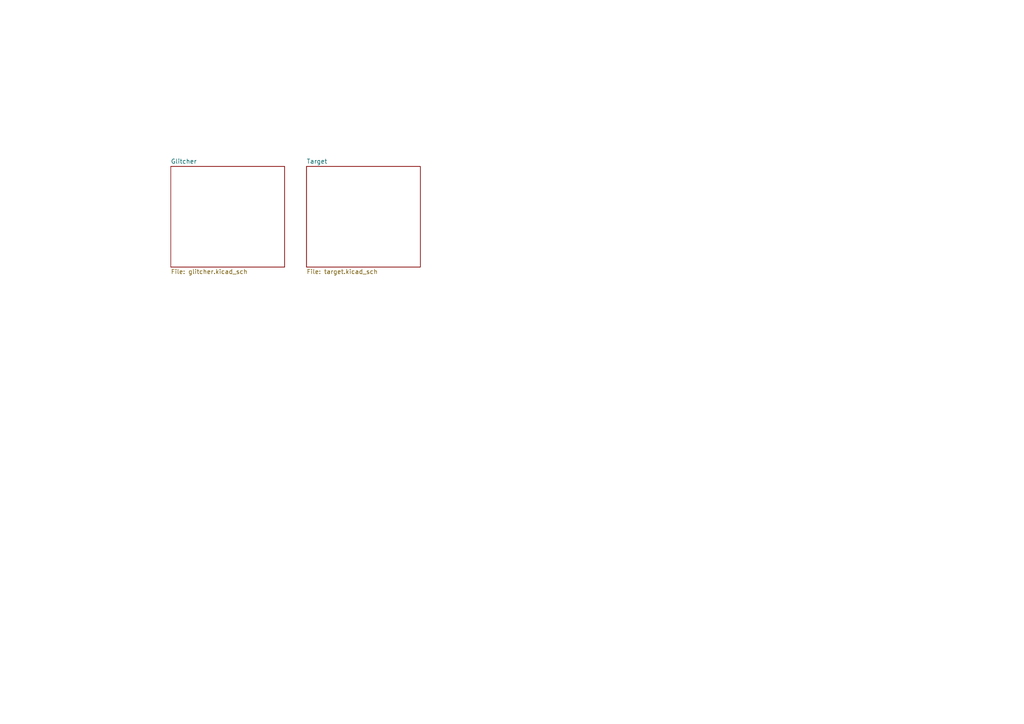
<source format=kicad_sch>
(kicad_sch (version 20230121) (generator eeschema)
  (paper "A4")
  (lib_symbols)
  (sheet (at 88.9 48.26) (size 33.02 29.21) (stroke (width 0.1524))
    (property "Sheetname" "Target" (at 88.9 47.5484 0) (effects (justify left bottom)))
    (property "Sheetfile" "target.kicad_sch" (at 88.9 78.0546 0) (effects (justify left top)))
  )
  (sheet (at 49.53 48.26) (size 33.02 29.21) (stroke (width 0.1524))
    (property "Sheetname" "Glitcher" (at 49.53 47.5484 0) (effects (justify left bottom)))
    (property "Sheetfile" "glitcher.kicad_sch" (at 49.53 78.0546 0) (effects (justify left top)))
  )
)
</source>
